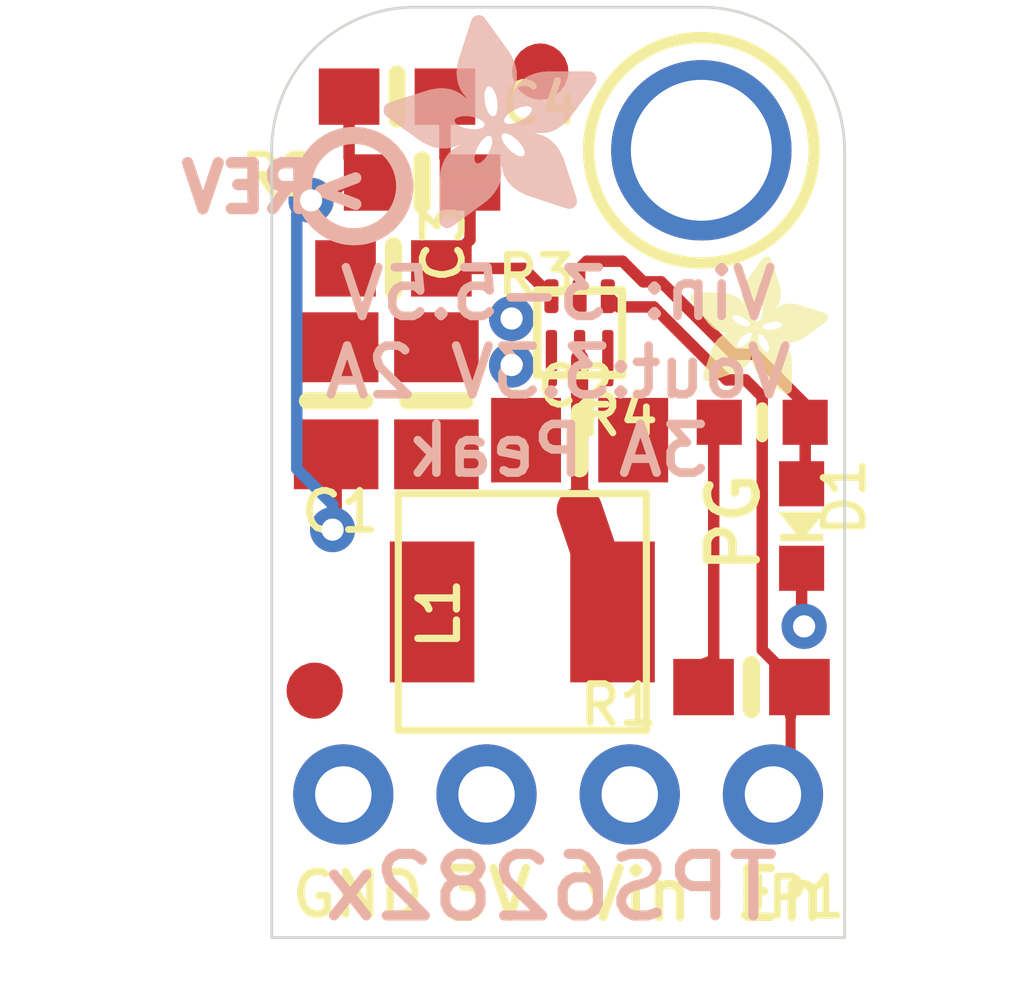
<source format=kicad_pcb>
(kicad_pcb (version 20211014) (generator pcbnew)
  (layers (0 "F.Cu" signal) (31 "B.Cu" signal) (34 "B.Paste" user) (35 "F.Paste" user) (36 "B.SilkS" user "B.Silkscreen") (37 "F.SilkS" user "F.Silkscreen") (38 "B.Mask" user) (39 "F.Mask" user) (44 "Edge.Cuts" user))
  (net 0 "")
  (net 1 "N$1")
  (net 2 "GND")
  (net 3 "3.3V")
  (net 4 "VIN")
  (net 5 "EN")
  (net 6 "FB")
  (net 7 "N$2")
  (footprint "boardEagle:FIDUCIAL_1MM" (layer "F.Cu") (at 144.1831 108.8771)
    (fp_text reference "FID1" hide)
    (fp_text value "FIDUCIAL_1MM" hide)
    (pad "1" smd roundrect (at 0 0) (size 1 1) (layers "F.Cu" "F.Mask") (roundrect_rratio 0.5))
  )
  (footprint "boardEagle:0805-NO" (layer "F.Cu") (at 148.8821 104.4321 180)
    (fp_text reference "C2" (at 0.8255 0.9525) (layer "F.SilkS") (effects (font (size 0.692831 0.692831) (thickness 0.119969)) (justify left)))
    (fp_text value "22uF")
    (pad "1" smd rect (at -0.95 0 180) (size 1.24 1.5) (layers "F.Cu" "F.Paste" "F.Mask") (net 4 "VIN"))
    (pad "2" smd rect (at 0.95 0 180) (size 1.24 1.5) (layers "F.Cu" "F.Paste" "F.Mask") (net 2 "GND"))
  )
  (footprint "boardEagle:VSON_6" (layer "F.Cu") (at 148.8821 102.5271 -90)
    (fp_text reference "IC2" hide)
    (fp_text value "TPS6282X" hide)
    (pad "P$1" smd roundrect (at -0.65 -0.5 270) (size 0.6 0.25) (layers "F.Cu" "F.Paste" "F.Mask") (net 5 "EN"))
    (pad "P$2" smd roundrect (at -0.65 0 270) (size 0.6 0.25) (layers "F.Cu" "F.Paste" "F.Mask") (net 7 "N$2"))
    (pad "P$3" smd roundrect (at -0.65 0.5 270) (size 0.6 0.25) (layers "F.Cu" "F.Paste" "F.Mask") (net 6 "FB"))
    (pad "P$4" smd roundrect (at 0.45 0.5 90) (size 1 0.2) (layers "F.Cu" "F.Paste" "F.Mask") (net 2 "GND"))
    (pad "P$5" smd roundrect (at 0.45 0 90) (size 1 0.2) (layers "F.Cu" "F.Paste" "F.Mask") (net 1 "N$1"))
    (pad "P$6" smd roundrect (at 0.45 -0.5 90) (size 1 0.2) (layers "F.Cu" "F.Paste" "F.Mask") (net 4 "VIN"))
  )
  (footprint "boardEagle:_0603MP" (layer "F.Cu") (at 152.1206 104.1146 180)
    (fp_text reference "R4" (at 1.778 0.127) (layer "F.SilkS") (effects (font (size 0.692831 0.692831) (thickness 0.119969)) (justify right)))
    (fp_text value "10k")
    (pad "1" smd rect (at -0.762 0 180) (size 0.8 0.8) (layers "F.Cu" "F.Paste" "F.Mask") (net 7 "N$2"))
    (pad "2" smd rect (at 0.762 0 180) (size 0.8 0.8) (layers "F.Cu" "F.Paste" "F.Mask") (net 4 "VIN"))
  )
  (footprint "boardEagle:CHIPLED_0603_NOOUTLINE" (layer "F.Cu") (at 152.8191 105.9561 180)
    (fp_text reference "D1" (at -0.762 1.27 90) (layer "F.SilkS") (effects (font (size 0.692831 0.692831) (thickness 0.119969)) (justify right)))
    (fp_text value "green")
    (pad "A" smd rect (at 0 0.75 180) (size 0.8 0.8) (layers "F.Cu" "F.Paste" "F.Mask") (net 7 "N$2"))
    (pad "C" smd rect (at 0 -0.75 180) (size 0.8 0.8) (layers "F.Cu" "F.Paste" "F.Mask") (net 2 "GND"))
  )
  (footprint "boardEagle:0603-NO" (layer "F.Cu") (at 146.0881 99.8601 180)
    (fp_text reference "R2" (at 1.778 0.127) (layer "F.SilkS") (effects (font (size 0.692831 0.692831) (thickness 0.119969)) (justify right)))
    (fp_text value "450K")
    (pad "1" smd rect (at -0.85 0 180) (size 1.075 1) (layers "F.Cu" "F.Paste" "F.Mask") (net 6 "FB"))
    (pad "2" smd rect (at 0.85 0 180) (size 1.075 1) (layers "F.Cu" "F.Paste" "F.Mask") (net 3 "3.3V"))
  )
  (footprint "boardEagle:MOUNTINGHOLE_2.5_PLATED" (layer "F.Cu") (at 151.0411 99.2886)
    (fp_text reference "U$9" hide)
    (fp_text value "MOUNTINGHOLE2.5" hide)
    (pad "P$1" thru_hole circle (at 0 0) (size 3.2 3.2) (drill 2.5) (layers *.Cu *.Mask))
  )
  (footprint "boardEagle:0805-NO" (layer "F.Cu") (at 146.3421 103.7336 90)
    (fp_text reference "C3" (at 2.032 0.127 90) (layer "F.SilkS") (effects (font (size 0.692831 0.692831) (thickness 0.119969)) (justify left)))
    (fp_text value "22uF")
    (pad "1" smd rect (at -0.95 0 90) (size 1.24 1.5) (layers "F.Cu" "F.Paste" "F.Mask") (net 3 "3.3V"))
    (pad "2" smd rect (at 0.95 0 90) (size 1.24 1.5) (layers "F.Cu" "F.Paste" "F.Mask") (net 2 "GND"))
  )
  (footprint "boardEagle:0603-NO" (layer "F.Cu") (at 145.5801 101.3841)
    (fp_text reference "R3" (at 1.778 0.127) (layer "F.SilkS") (effects (font (size 0.692831 0.692831) (thickness 0.119969)) (justify left)))
    (fp_text value "100K")
    (pad "1" smd rect (at -0.85 0) (size 1.075 1) (layers "F.Cu" "F.Paste" "F.Mask") (net 2 "GND"))
    (pad "2" smd rect (at 0.85 0) (size 1.075 1) (layers "F.Cu" "F.Paste" "F.Mask") (net 6 "FB"))
  )
  (footprint "boardEagle:ADAFRUIT_2.5MM" (layer "F.Cu") (at 150.8506 103.6066)
    (fp_text reference "U$11" hide)
    (fp_text value "" hide)
  )
  (footprint "boardEagle:INDUCTOR_4X4MM_SRP0415" (layer "F.Cu") (at 147.8661 107.4801 180)
    (fp_text reference "L1" (at 1.478 -0.716 90) (layer "F.SilkS") (effects (font (size 0.684052 0.684052) (thickness 0.128748)) (justify left)))
    (fp_text value "SDER041H-2R2MS")
    (pad "P$1" smd rect (at -1.6 0 180) (size 1.5 2.5) (layers "F.Cu" "F.Paste" "F.Mask") (net 1 "N$1"))
    (pad "P$2" smd rect (at 1.6 0 180) (size 1.5 2.5) (layers "F.Cu" "F.Paste" "F.Mask") (net 3 "3.3V"))
  )
  (footprint "boardEagle:0805-NO" (layer "F.Cu") (at 144.5641 103.7336 90)
    (fp_text reference "C1" (at -1.9685 0.8255) (layer "F.SilkS") (effects (font (size 0.692831 0.692831) (thickness 0.119969)) (justify right)))
    (fp_text value "22uF")
    (pad "1" smd rect (at -0.95 0 90) (size 1.24 1.5) (layers "F.Cu" "F.Paste" "F.Mask") (net 3 "3.3V"))
    (pad "2" smd rect (at 0.95 0 90) (size 1.24 1.5) (layers "F.Cu" "F.Paste" "F.Mask") (net 2 "GND"))
  )
  (footprint "boardEagle:1X04_ROUND" (layer "F.Cu") (at 148.5011 110.7186 180)
    (fp_text reference "JP1" (at -5.1562 -1.8288) (layer "F.SilkS") (effects (font (size 0.692831 0.692831) (thickness 0.119969)) (justify right)))
    (fp_text value "")
    (pad "1" thru_hole circle (at -3.81 0 270) (size 1.778 1.778) (drill 1) (layers *.Cu *.Mask) (net 5 "EN"))
    (pad "2" thru_hole circle (at -1.27 0 270) (size 1.778 1.778) (drill 1) (layers *.Cu *.Mask) (net 4 "VIN"))
    (pad "3" thru_hole circle (at 1.27 0 270) (size 1.778 1.778) (drill 1) (layers *.Cu *.Mask) (net 3 "3.3V"))
    (pad "4" thru_hole circle (at 3.81 0 270) (size 1.778 1.778) (drill 1) (layers *.Cu *.Mask) (net 2 "GND"))
  )
  (footprint "boardEagle:0603-NO" (layer "F.Cu") (at 151.9301 108.8136)
    (fp_text reference "R1" (at -3.1115 0.3175) (layer "F.SilkS") (effects (font (size 0.692831 0.692831) (thickness 0.119969)) (justify left)))
    (fp_text value "100K")
    (pad "1" smd rect (at -0.85 0) (size 1.075 1) (layers "F.Cu" "F.Paste" "F.Mask") (net 4 "VIN"))
    (pad "2" smd rect (at 0.85 0) (size 1.075 1) (layers "F.Cu" "F.Paste" "F.Mask") (net 5 "EN"))
  )
  (footprint "boardEagle:0603-NO" (layer "F.Cu") (at 145.6436 98.3361)
    (fp_text reference "C4" (at 1.778 0.127) (layer "F.SilkS") (effects (font (size 0.692831 0.692831) (thickness 0.119969)) (justify left)))
    (fp_text value "120pF")
    (pad "1" smd rect (at -0.85 0) (size 1.075 1) (layers "F.Cu" "F.Paste" "F.Mask") (net 3 "3.3V"))
    (pad "2" smd rect (at 0.85 0) (size 1.075 1) (layers "F.Cu" "F.Paste" "F.Mask") (net 6 "FB"))
  )
  (footprint "boardEagle:FIDUCIAL_1MM" (layer "F.Cu") (at 148.1836 97.8916)
    (fp_text reference "FID2" hide)
    (fp_text value "FIDUCIAL_1MM" hide)
    (pad "1" smd roundrect (at 0 0) (size 1 1) (layers "F.Cu" "F.Mask") (roundrect_rratio 0.5))
  )
  (footprint "boardEagle:ADAFRUIT_3.5MM" (layer "B.Cu") (at 149.1996 100.6856 180)
    (fp_text reference "U$18" hide)
    (fp_text value "" hide)
  )
  (footprint "boardEagle:PCBFEAT-REV-040" (layer "B.Cu") (at 144.8816 99.9236 180)
    (fp_text reference "U$10" hide)
    (fp_text value "" hide)
    (fp_text user ">REV" (at -0.3556 -0.508) (layer "B.SilkS") (effects (font (size 0.8128 0.8128) (thickness 0.2032)) (justify left bottom mirror)))
  )
  (gr_arc (start 143.4211 99.2886) (mid 144.165049 97.492549) (end 145.9611 96.7486) (layer "Edge.Cuts") (width 0.05))
  (gr_line (start 143.4211 113.2586) (end 143.4211 99.2886) (layer "Edge.Cuts") (width 0.05))
  (gr_line (start 153.5811 99.2886) (end 153.5811 113.2586) (layer "Edge.Cuts") (width 0.05))
  (gr_line (start 153.5811 113.2586) (end 143.4211 113.2586) (layer "Edge.Cuts") (width 0.05))
  (gr_line (start 145.9611 96.7486) (end 151.0411 96.7486) (layer "Edge.Cuts") (width 0.05))
  (gr_arc (start 151.0411 96.7486) (mid 152.837151 97.492549) (end 153.5811 99.2886) (layer "Edge.Cuts") (width 0.05))
  (gr_text "Vin: 3-5.5V\nVout:3.3V 2A\n3A Peak" (at 148.5011 103.2256) (layer "B.SilkS") (effects (font (size 0.8636 0.8636) (thickness 0.1524)) (justify mirror)))
  (gr_text "TPS6282x" (at 148.3741 112.3696) (layer "B.SilkS") (effects (font (size 1.0922 1.0922) (thickness 0.1778)) (justify mirror)))
  (gr_text "PG" (at 151.6126 105.8926 90) (layer "F.SilkS") (effects (font (size 0.8636 0.8636) (thickness 0.1524))))
  (gr_text "Vin" (at 149.8981 112.4966) (layer "F.SilkS") (effects (font (size 0.8636 0.8636) (thickness 0.1524))))
  (gr_text "3V" (at 147.2311 112.4966) (layer "F.SilkS") (effects (font (size 0.8636 0.8636) (thickness 0.1524))))
  (gr_text "GND" (at 144.9451 112.4966) (layer "F.SilkS") (effects (font (size 0.75565 0.75565) (thickness 0.13335))))
  (gr_text "En" (at 152.4381 112.4966) (layer "F.SilkS") (effects (font (size 0.8636 0.8636) (thickness 0.1524))))
  (segment (start 148.8821 102.9771) (end 148.8819 102.9773) (width 0.2032) (layer "F.Cu") (net 1))
  (segment (start 149.4661 107.4801) (end 149.4661 107.386941) (width 0.8128) (layer "F.Cu") (net 1))
  (segment (start 148.8819 102.9773) (end 148.8819 105.673257) (width 0.3048) (layer "F.Cu") (net 1))
  (segment (start 149.4661 107.386941) (end 148.8819 105.673257) (width 0.8128) (layer "F.Cu") (net 1))
  (segment (start 152.86355 107.736107) (end 152.8191 107.691657) (width 0.2032) (layer "F.Cu") (net 2))
  (segment (start 152.8191 106.7061) (end 152.8191 107.691657) (width 0.2032) (layer "F.Cu") (net 2))
  (via (at 152.86355 107.736107) (size 0.8001) (drill 0.3937) (layers "F.Cu" "B.Cu") (net 2))
  (via (at 147.6756 102.2731) (size 0.8001) (drill 0.3937) (layers "F.Cu" "B.Cu") (net 2))
  (via (at 147.6756 103.0986) (size 0.8001) (drill 0.3937) (layers "F.Cu" "B.Cu") (net 2))
  (segment (start 144.3736 100.1776) (end 144.1196 100.1776) (width 0.2032) (layer "F.Cu") (net 3))
  (segment (start 144.6911 99.8601) (end 144.3736 100.1776) (width 0.2032) (layer "F.Cu") (net 3))
  (segment (start 144.5641 104.6836) (end 144.5641 106.0196) (width 0.2032) (layer "F.Cu") (net 3))
  (segment (start 144.7936 99.4156) (end 145.2381 99.8601) (width 0.2032) (layer "F.Cu") (net 3))
  (segment (start 145.2381 99.8601) (end 144.6911 99.8601) (width 0.2032) (layer "F.Cu") (net 3))
  (segment (start 144.7936 98.3361) (end 144.7936 99.4156) (width 0.2032) (layer "F.Cu") (net 3))
  (segment (start 144.5006 106.0196) (end 144.5641 106.0196) (width 0.2032) (layer "F.Cu") (net 3))
  (via (at 144.5006 106.0196) (size 0.8001) (drill 0.3937) (layers "F.Cu" "B.Cu") (net 3))
  (via (at 144.1196 100.1776) (size 0.8001) (drill 0.3937) (layers "F.Cu" "B.Cu") (net 3))
  (segment (start 144.5006 105.5751) (end 144.5006 106.0196) (width 0.2032) (layer "B.Cu") (net 3))
  (segment (start 144.5006 105.5751) (end 143.8656 104.9401) (width 0.2032) (layer "B.Cu") (net 3))
  (segment (start 144.1196 100.1776) (end 143.8656 100.4316) (width 0.2032) (layer "B.Cu") (net 3))
  (segment (start 143.8656 100.4316) (end 143.8656 104.9401) (width 0.2032) (layer "B.Cu") (net 3))
  (segment (start 151.093843 108.400219) (end 151.260059 108.332544) (width 0.2032) (layer "F.Cu") (net 4))
  (segment (start 151.093843 108.400219) (end 151.086971 108.6231) (width 0.2032) (layer "F.Cu") (net 4))
  (segment (start 151.260059 103.9241) (end 151.260059 108.332544) (width 0.2032) (layer "F.Cu") (net 4))
  (segment (start 151.491862 103.3621) (end 151.823731 103.3621) (width 0.2032) (layer "F.Cu") (net 5))
  (segment (start 149.3821 101.8771) (end 149.5726 102.0676) (width 0.2032) (layer "F.Cu") (net 5))
  (segment (start 150.197362 102.0676) (end 149.5726 102.0676) (width 0.2032) (layer "F.Cu") (net 5))
  (segment (start 152.3111 110.7186) (end 152.6239 110.4058) (width 0.1778) (layer "F.Cu") (net 5))
  (segment (start 152.7801 108.8136) (end 152.1206 108.1541) (width 0.2032) (layer "F.Cu") (net 5))
  (segment (start 152.1206 108.1541) (end 152.1206 103.658969) (width 0.2032) (layer "F.Cu") (net 5))
  (segment (start 152.6239 109.3216) (end 152.6239 110.4058) (width 0.1778) (layer "F.Cu") (net 5))
  (segment (start 152.6239 108.9698) (end 152.7801 108.8136) (width 0.2032) (layer "F.Cu") (net 5))
  (segment (start 151.823731 103.3621) (end 152.1206 103.658969) (width 0.2032) (layer "F.Cu") (net 5))
  (segment (start 150.197362 102.0676) (end 151.491862 103.3621) (width 0.2032) (layer "F.Cu") (net 5))
  (segment (start 152.6239 109.3216) (end 152.6239 108.9698) (width 0.2032) (layer "F.Cu") (net 5))
  (segment (start 146.4936 98.3361) (end 146.4936 99.4156) (width 0.2032) (layer "F.Cu") (net 6))
  (segment (start 146.4301 101.3841) (end 146.9381 100.8761) (width 0.2032) (layer "F.Cu") (net 6))
  (segment (start 148.3821 101.8771) (end 147.8891 101.3841) (width 0.2032) (layer "F.Cu") (net 6))
  (segment (start 146.4936 99.4156) (end 146.9381 99.8601) (width 0.2032) (layer "F.Cu") (net 6))
  (segment (start 147.8891 101.3841) (end 146.4301 101.3841) (width 0.2032) (layer "F.Cu") (net 6))
  (segment (start 146.9381 99.8601) (end 146.9381 100.8761) (width 0.2032) (layer "F.Cu") (net 6))
  (segment (start 152.8826 104.1146) (end 152.8826 103.7971) (width 0.2032) (layer "F.Cu") (net 7))
  (segment (start 151.9936 102.9081) (end 151.6126 102.9081) (width 0.2032) (layer "F.Cu") (net 7))
  (segment (start 152.8826 103.7971) (end 151.9936 102.9081) (width 0.2032) (layer "F.Cu") (net 7))
  (segment (start 152.8826 105.1426) (end 152.8191 105.2061) (width 0.2032) (layer "F.Cu") (net 7))
  (segment (start 150.0092 101.6222) (end 150.3267 101.6222) (width 0.2032) (layer "F.Cu") (net 7))
  (segment (start 148.8821 101.3841) (end 148.8821 101.8771) (width 0.2032) (layer "F.Cu") (net 7))
  (segment (start 149.0091 101.2571) (end 148.8821 101.3841) (width 0.2032) (layer "F.Cu") (net 7))
  (segment (start 152.8826 104.1146) (end 152.8826 105.1426) (width 0.2032) (layer "F.Cu") (net 7))
  (segment (start 151.6126 102.9081) (end 150.3267 101.6222) (width 0.2032) (layer "F.Cu") (net 7))
  (segment (start 149.6441 101.2571) (end 149.0091 101.2571) (width 0.2032) (layer "F.Cu") (net 7))
  (segment (start 149.6441 101.2571) (end 150.0092 101.6222) (width 0.2032) (layer "F.Cu") (net 7))
)
</source>
